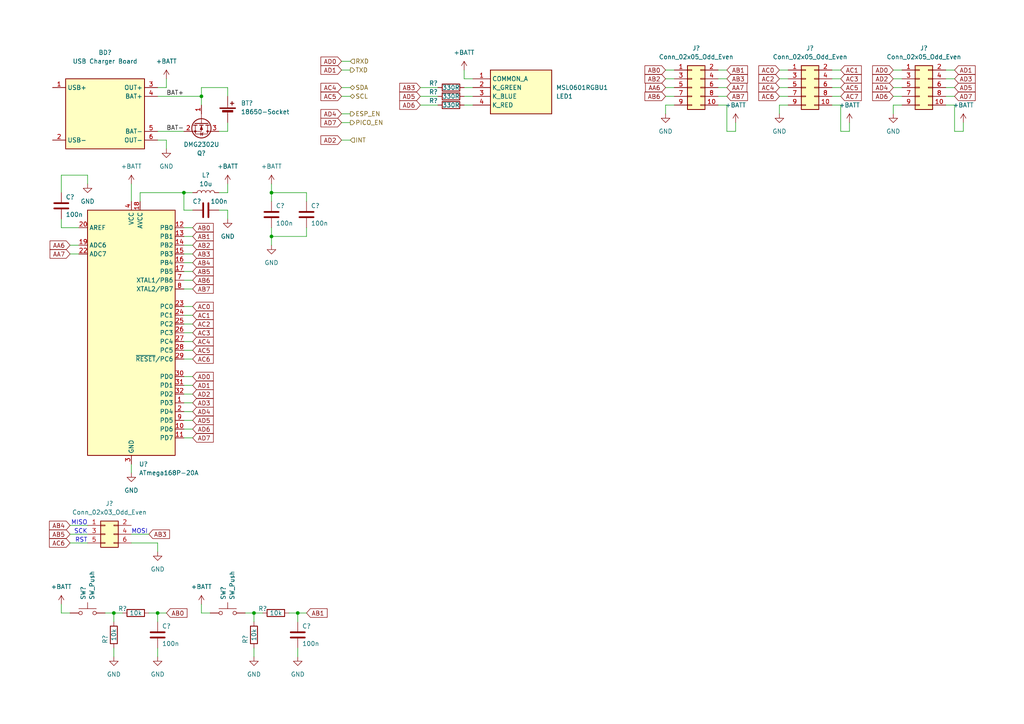
<source format=kicad_sch>
(kicad_sch (version 20230121) (generator eeschema)
  (paper "A4")
  (lib_symbols
    (symbol "Connector_Generic:Conn_02x03_Odd_Even" (pin_names (offset 1.016) hide)
      (property "Reference" "J" (at 1.27 5.08 0))
      (property "Value" "Conn_02x03_Odd_Even" (at 1.27 -5.08 0))
      (symbol "Conn_02x03_Odd_Even_1_1"
        (rectangle (start -1.27 -2.413) (end 0 -2.667) (stroke (width 0.1524)))
        (rectangle (start -1.27 0.127) (end 0 -0.127) (stroke (width 0.1524)))
        (rectangle (start -1.27 2.667) (end 0 2.413) (stroke (width 0.1524)))
        (rectangle (start -1.27 3.81) (end 3.81 -3.81) (stroke (width 0.254)) (fill (type background)))
        (rectangle (start 3.81 -2.413) (end 2.54 -2.667) (stroke (width 0.1524)))
        (rectangle (start 3.81 0.127) (end 2.54 -0.127) (stroke (width 0.1524)))
        (rectangle (start 3.81 2.667) (end 2.54 2.413) (stroke (width 0.1524)))
        (pin passive line (at -5.08 2.54 0) (length 3.81) (name "Pin_1") (number "1"))
        (pin passive line (at 7.62 2.54 180) (length 3.81) (name "Pin_2") (number "2"))
        (pin passive line (at -5.08 0 0) (length 3.81) (name "Pin_3") (number "3"))
        (pin passive line (at 7.62 0 180) (length 3.81) (name "Pin_4") (number "4"))
        (pin passive line (at -5.08 -2.54 0) (length 3.81) (name "Pin_5") (number "5"))
        (pin passive line (at 7.62 -2.54 180) (length 3.81) (name "Pin_6") (number "6"))
      )
    )
    (symbol "Connector_Generic:Conn_02x05_Odd_Even" (pin_names (offset 1.016) hide)
      (property "Reference" "J" (at 1.27 7.62 0))
      (property "Value" "Conn_02x05_Odd_Even" (at 1.27 -7.62 0))
      (symbol "Conn_02x05_Odd_Even_1_1"
        (rectangle (start -1.27 -4.953) (end 0 -5.207) (stroke (width 0.1524)))
        (rectangle (start -1.27 -2.413) (end 0 -2.667) (stroke (width 0.1524)))
        (rectangle (start -1.27 0.127) (end 0 -0.127) (stroke (width 0.1524)))
        (rectangle (start -1.27 2.667) (end 0 2.413) (stroke (width 0.1524)))
        (rectangle (start -1.27 5.207) (end 0 4.953) (stroke (width 0.1524)))
        (rectangle (start -1.27 6.35) (end 3.81 -6.35) (stroke (width 0.254)) (fill (type background)))
        (rectangle (start 3.81 -4.953) (end 2.54 -5.207) (stroke (width 0.1524)))
        (rectangle (start 3.81 -2.413) (end 2.54 -2.667) (stroke (width 0.1524)))
        (rectangle (start 3.81 0.127) (end 2.54 -0.127) (stroke (width 0.1524)))
        (rectangle (start 3.81 2.667) (end 2.54 2.413) (stroke (width 0.1524)))
        (rectangle (start 3.81 5.207) (end 2.54 4.953) (stroke (width 0.1524)))
        (pin passive line (at -5.08 5.08 0) (length 3.81) (name "Pin_1") (number "1"))
        (pin passive line (at 7.62 -5.08 180) (length 3.81) (name "Pin_10") (number "10"))
        (pin passive line (at 7.62 5.08 180) (length 3.81) (name "Pin_2") (number "2"))
        (pin passive line (at -5.08 2.54 0) (length 3.81) (name "Pin_3") (number "3"))
        (pin passive line (at 7.62 2.54 180) (length 3.81) (name "Pin_4") (number "4"))
        (pin passive line (at -5.08 0 0) (length 3.81) (name "Pin_5") (number "5"))
        (pin passive line (at 7.62 0 180) (length 3.81) (name "Pin_6") (number "6"))
        (pin passive line (at -5.08 -2.54 0) (length 3.81) (name "Pin_7") (number "7"))
        (pin passive line (at 7.62 -2.54 180) (length 3.81) (name "Pin_8") (number "8"))
        (pin passive line (at -5.08 -5.08 0) (length 3.81) (name "Pin_9") (number "9"))
      )
    )
    (symbol "Custom:18650-Socket" (pin_numbers hide) (pin_names (offset 0) hide)
      (property "Reference" "BT" (at 2.54 2.54 0))
      (property "Value" "18650-Socket" (at 2.54 0 0))
      (symbol "18650-Socket_0_1"
        (rectangle (start -2.286 1.778) (end 2.286 1.524) (fill (type outline)))
        (rectangle (start -1.524 1.016) (end 1.524 0.508) (fill (type outline)))
        (polyline (pts (xy 0 0.762) (xy 0 0)))
        (polyline (pts (xy 0 1.778) (xy 0 2.54)))
        (polyline (pts (xy 0.762 3.048) (xy 1.778 3.048)) (stroke (width 0.254)))
        (polyline (pts (xy 1.27 3.556) (xy 1.27 2.54)) (stroke (width 0.254)))
      )
      (symbol "18650-Socket_1_1"
        (pin passive line (at 0 5.08 270) (length 2.54) (name "+") (number "1"))
        (pin passive line (at 0 -2.54 90) (length 2.54) (name "-") (number "2"))
      )
    )
    (symbol "Custom:USB-Charger-Board"
      (property "Reference" "BD" (at 0 0 0))
      (property "Value" "USB Charger Board" (at 0 0 0))
      (symbol "USB-Charger-Board_1_1"
        (rectangle (start -11.43 10.16) (end 11.43 -10.16) (stroke (width 0.254)) (fill (type background)))
        (pin power_in line (at -15.24 7.62 0) (length 3.81) (name "USB+") (number "1"))
        (pin power_in line (at -15.24 -7.62 0) (length 3.81) (name "USB-") (number "2"))
        (pin power_out line (at 15.24 7.62 180) (length 3.81) (name "OUT+") (number "3"))
        (pin power_in line (at 15.24 5.08 180) (length 3.81) (name "BAT+") (number "4"))
        (pin power_in line (at 15.24 -5.08 180) (length 3.81) (name "BAT-") (number "5"))
        (pin power_out line (at 15.24 -7.62 180) (length 3.81) (name "OUT-") (number "6"))
      )
    )
    (symbol "Device:C" (pin_numbers hide) (pin_names (offset 0.254))
      (property "Reference" "C" (at 0.635 2.54 0))
      (property "Value" "C" (at 0.635 -2.54 0))
      (symbol "C_0_1"
        (polyline (pts (xy -2.032 -0.762) (xy 2.032 -0.762)) (stroke (width 0.508)))
        (polyline (pts (xy -2.032 0.762) (xy 2.032 0.762)) (stroke (width 0.508)))
      )
      (symbol "C_1_1"
        (pin passive line (at 0 3.81 270) (length 2.794) (name "~") (number "1"))
        (pin passive line (at 0 -3.81 90) (length 2.794) (name "~") (number "2"))
      )
    )
    (symbol "Device:L" (pin_numbers hide) (pin_names (offset 1.016) hide)
      (property "Reference" "L" (at -1.27 0 90))
      (property "Value" "L" (at 1.905 0 90))
      (symbol "L_0_1"
        (arc (start 0 -2.54) (mid 0.6323 -1.905) (end 0 -1.27))
        (arc (start 0 -1.27) (mid 0.6323 -0.635) (end 0 0))
        (arc (start 0 0) (mid 0.6323 0.635) (end 0 1.27))
        (arc (start 0 1.27) (mid 0.6323 1.905) (end 0 2.54))
      )
      (symbol "L_1_1"
        (pin passive line (at 0 3.81 270) (length 1.27) (name "1") (number "1"))
        (pin passive line (at 0 -3.81 90) (length 1.27) (name "2") (number "2"))
      )
    )
    (symbol "Device:R" (pin_numbers hide) (pin_names (offset 0))
      (property "Reference" "R" (at 2.032 0 90))
      (property "Value" "R" (at 0 0 90))
      (symbol "R_0_1"
        (rectangle (start -1.016 -2.54) (end 1.016 2.54) (stroke (width 0.254)))
      )
      (symbol "R_1_1"
        (pin passive line (at 0 3.81 270) (length 1.27) (name "~") (number "1"))
        (pin passive line (at 0 -3.81 90) (length 1.27) (name "~") (number "2"))
      )
    )
    (symbol "MCU_Microchip_ATmega:ATmega168P-20A"
      (property "Reference" "U" (at -12.7 36.83 0))
      (property "Value" "ATmega168P-20A" (at 2.54 -36.83 0))
      (symbol "ATmega168P-20A_0_1"
        (rectangle (start -12.7 -35.56) (end 12.7 35.56) (stroke (width 0.254)) (fill (type background)))
      )
      (symbol "ATmega168P-20A_1_1"
        (pin bidirectional line (at 15.24 -20.32 180) (length 2.54) (name "PD3") (number "1"))
        (pin bidirectional line (at 15.24 -27.94 180) (length 2.54) (name "PD6") (number "10"))
        (pin bidirectional line (at 15.24 -30.48 180) (length 2.54) (name "PD7") (number "11"))
        (pin bidirectional line (at 15.24 30.48 180) (length 2.54) (name "PB0") (number "12"))
        (pin bidirectional line (at 15.24 27.94 180) (length 2.54) (name "PB1") (number "13"))
        (pin bidirectional line (at 15.24 25.4 180) (length 2.54) (name "PB2") (number "14"))
        (pin bidirectional line (at 15.24 22.86 180) (length 2.54) (name "PB3") (number "15"))
        (pin bidirectional line (at 15.24 20.32 180) (length 2.54) (name "PB4") (number "16"))
        (pin bidirectional line (at 15.24 17.78 180) (length 2.54) (name "PB5") (number "17"))
        (pin power_in line (at 2.54 38.1 270) (length 2.54) (name "AVCC") (number "18"))
        (pin input line (at -15.24 25.4 0) (length 2.54) (name "ADC6") (number "19"))
        (pin bidirectional line (at 15.24 -22.86 180) (length 2.54) (name "PD4") (number "2"))
        (pin passive line (at -15.24 30.48 0) (length 2.54) (name "AREF") (number "20"))
        (pin passive line (at 0 -38.1 90) (length 2.54) hide (name "GND") (number "21"))
        (pin input line (at -15.24 22.86 0) (length 2.54) (name "ADC7") (number "22"))
        (pin bidirectional line (at 15.24 7.62 180) (length 2.54) (name "PC0") (number "23"))
        (pin bidirectional line (at 15.24 5.08 180) (length 2.54) (name "PC1") (number "24"))
        (pin bidirectional line (at 15.24 2.54 180) (length 2.54) (name "PC2") (number "25"))
        (pin bidirectional line (at 15.24 0 180) (length 2.54) (name "PC3") (number "26"))
        (pin bidirectional line (at 15.24 -2.54 180) (length 2.54) (name "PC4") (number "27"))
        (pin bidirectional line (at 15.24 -5.08 180) (length 2.54) (name "PC5") (number "28"))
        (pin bidirectional line (at 15.24 -7.62 180) (length 2.54) (name "~{RESET}/PC6") (number "29"))
        (pin power_in line (at 0 -38.1 90) (length 2.54) (name "GND") (number "3"))
        (pin bidirectional line (at 15.24 -12.7 180) (length 2.54) (name "PD0") (number "30"))
        (pin bidirectional line (at 15.24 -15.24 180) (length 2.54) (name "PD1") (number "31"))
        (pin bidirectional line (at 15.24 -17.78 180) (length 2.54) (name "PD2") (number "32"))
        (pin power_in line (at 0 38.1 270) (length 2.54) (name "VCC") (number "4"))
        (pin passive line (at 0 -38.1 90) (length 2.54) hide (name "GND") (number "5"))
        (pin passive line (at 0 38.1 270) (length 2.54) hide (name "VCC") (number "6"))
        (pin bidirectional line (at 15.24 15.24 180) (length 2.54) (name "XTAL1/PB6") (number "7"))
        (pin bidirectional line (at 15.24 12.7 180) (length 2.54) (name "XTAL2/PB7") (number "8"))
        (pin bidirectional line (at 15.24 -25.4 180) (length 2.54) (name "PD5") (number "9"))
      )
    )
    (symbol "MSL0601RGBU1:MSL0601RGBU1"
      (property "Reference" "LED" (at 24.13 7.62 0))
      (property "Value" "MSL0601RGBU1" (at 24.13 5.08 0))
      (symbol "MSL0601RGBU1_1_1"
        (rectangle (start 5.08 2.54) (end 22.86 -10.16) (stroke (width 0.254)) (fill (type background)))
        (pin passive line (at 0 -7.62 0) (length 5.08) (name "COMMON_A") (number "1"))
        (pin passive line (at 0 -5.08 0) (length 5.08) (name "K_GREEN") (number "2"))
        (pin passive line (at 0 -2.54 0) (length 5.08) (name "K_BLUE") (number "3"))
        (pin passive line (at 0 0 0) (length 5.08) (name "K_RED") (number "4"))
      )
    )
    (symbol "Switch:SW_Push" (pin_numbers hide) (pin_names (offset 1.016) hide)
      (property "Reference" "SW" (at 1.27 2.54 0))
      (property "Value" "SW_Push" (at 0 -1.524 0))
      (symbol "SW_Push_0_1"
        (circle (center -2.032 0) (radius 0.508))
        (polyline (pts (xy 0 1.27) (xy 0 3.048)))
        (polyline (pts (xy 2.54 1.27) (xy -2.54 1.27)))
        (circle (center 2.032 0) (radius 0.508))
        (pin passive line (at -5.08 0 0) (length 2.54) (name "1") (number "1"))
        (pin passive line (at 5.08 0 180) (length 2.54) (name "2") (number "2"))
      )
    )
    (symbol "Transistor_FET:DMG2302U" (pin_names hide)
      (property "Reference" "Q" (at 5.08 1.905 0))
      (property "Value" "DMG2302U" (at 5.08 0 0))
      (symbol "DMG2302U_0_1"
        (polyline (pts (xy 0.254 0) (xy -2.54 0)))
        (polyline (pts (xy 0.254 1.905) (xy 0.254 -1.905)) (stroke (width 0.254)))
        (polyline (pts (xy 0.762 -1.27) (xy 0.762 -2.286)) (stroke (width 0.254)))
        (polyline (pts (xy 0.762 0.508) (xy 0.762 -0.508)) (stroke (width 0.254)))
        (polyline (pts (xy 0.762 2.286) (xy 0.762 1.27)) (stroke (width 0.254)))
        (polyline (pts (xy 2.54 2.54) (xy 2.54 1.778)))
        (polyline (pts (xy 2.54 -2.54) (xy 2.54 0) (xy 0.762 0)))
        (polyline (pts (xy 0.762 -1.778) (xy 3.302 -1.778) (xy 3.302 1.778) (xy 0.762 1.778)))
        (polyline (pts (xy 1.016 0) (xy 2.032 0.381) (xy 2.032 -0.381) (xy 1.016 0)) (fill (type outline)))
        (polyline (pts (xy 2.794 0.508) (xy 2.921 0.381) (xy 3.683 0.381) (xy 3.81 0.254)))
        (polyline (pts (xy 3.302 0.381) (xy 2.921 -0.254) (xy 3.683 -0.254) (xy 3.302 0.381)))
        (circle (center 1.651 0) (radius 2.794) (stroke (width 0.254)))
        (circle (center 2.54 -1.778) (radius 0.254) (fill (type outline)))
        (circle (center 2.54 1.778) (radius 0.254) (fill (type outline)))
      )
      (symbol "DMG2302U_1_1"
        (pin input line (at -5.08 0 0) (length 2.54) (name "G") (number "1"))
        (pin passive line (at 2.54 -5.08 90) (length 2.54) (name "S") (number "2"))
        (pin passive line (at 2.54 5.08 270) (length 2.54) (name "D") (number "3"))
      )
    )
    (symbol "power:+BATT" (power) (pin_names (offset 0))
      (property "Value" "+BATT" (at 0 3.556 0))
      (symbol "+BATT_0_1"
        (polyline (pts (xy -0.762 1.27) (xy 0 2.54)))
        (polyline (pts (xy 0 0) (xy 0 2.54)))
        (polyline (pts (xy 0 2.54) (xy 0.762 1.27)))
      )
      (symbol "+BATT_1_1"
        (pin power_in line (at 0 0 90) (length 0) hide (name "+BATT") (number "1"))
      )
    )
    (symbol "power:GND" (power) (pin_names (offset 0))
      (property "Value" "GND" (at 0 -3.81 0))
      (symbol "GND_0_1"
        (polyline (pts (xy 0 0) (xy 0 -1.27) (xy 1.27 -1.27) (xy 0 -2.54) (xy -1.27 -1.27) (xy 0 -1.27)))
      )
      (symbol "GND_1_1"
        (pin power_in line (at 0 0 270) (length 0) hide (name "GND") (number "1"))
      )
    )
  )
  (junction (at 53.34 55.88))
  (junction (at 78.74 68.58))
  (junction (at 58.42 27.94))
  (junction (at 78.74 55.88))
  (junction (at 33.02 177.8))
  (junction (at 45.72 177.8))
  (junction (at 73.66 177.8))
  (junction (at 86.36 177.8))
  (wire (pts (xy 33.02 177.8) (xy 35.56 177.8)))
  (wire (pts (xy 45.72 25.4) (xy 48.26 25.4)))
  (wire (pts (xy 45.72 40.64) (xy 48.26 40.64)))
  (wire (pts (xy 193.04 27.94) (xy 195.58 27.94)))
  (wire (pts (xy 25.4 50.8) (xy 17.78 50.8)))
  (wire (pts (xy 63.5 60.96) (xy 66.04 60.96)))
  (wire (pts (xy 279.4 38.1) (xy 276.86 38.1)))
  (wire (pts (xy 73.66 187.96) (xy 73.66 190.5)))
  (wire (pts (xy 55.88 101.6) (xy 53.34 101.6)))
  (wire (pts (xy 88.9 68.58) (xy 78.74 68.58)))
  (wire (pts (xy 99.06 25.4) (xy 101.6 25.4)))
  (wire (pts (xy 55.88 119.38) (xy 53.34 119.38)))
  (wire (pts (xy 55.88 114.3) (xy 53.34 114.3)))
  (wire (pts (xy 66.04 25.4) (xy 58.42 25.4)))
  (wire (pts (xy 259.08 25.4) (xy 261.62 25.4)))
  (wire (pts (xy 137.16 25.4) (xy 134.62 25.4)))
  (wire (pts (xy 55.88 111.76) (xy 53.34 111.76)))
  (wire (pts (xy 134.62 20.32) (xy 134.62 22.86)))
  (wire (pts (xy 45.72 177.8) (xy 48.26 177.8)))
  (wire (pts (xy 55.88 88.9) (xy 53.34 88.9)))
  (wire (pts (xy 66.04 60.96) (xy 66.04 63.5)))
  (wire (pts (xy 241.3 20.32) (xy 243.84 20.32)))
  (wire (pts (xy 58.42 27.94) (xy 58.42 30.48)))
  (wire (pts (xy 208.28 20.32) (xy 210.82 20.32)))
  (wire (pts (xy 193.04 30.48) (xy 193.04 33.02)))
  (wire (pts (xy 86.36 177.8) (xy 86.36 180.34)))
  (wire (pts (xy 78.74 68.58) (xy 78.74 71.12)))
  (wire (pts (xy 193.04 25.4) (xy 195.58 25.4)))
  (wire (pts (xy 25.4 53.34) (xy 25.4 50.8)))
  (wire (pts (xy 45.72 38.1) (xy 53.34 38.1)))
  (wire (pts (xy 213.36 35.56) (xy 213.36 38.1)))
  (wire (pts (xy 195.58 30.48) (xy 193.04 30.48)))
  (wire (pts (xy 55.88 99.06) (xy 53.34 99.06)))
  (wire (pts (xy 55.88 96.52) (xy 53.34 96.52)))
  (wire (pts (xy 55.88 116.84) (xy 53.34 116.84)))
  (wire (pts (xy 213.36 38.1) (xy 210.82 38.1)))
  (wire (pts (xy 55.88 127) (xy 53.34 127)))
  (wire (pts (xy 210.82 30.48) (xy 208.28 30.48)))
  (wire (pts (xy 99.06 33.02) (xy 101.6 33.02)))
  (wire (pts (xy 99.06 17.78) (xy 101.6 17.78)))
  (wire (pts (xy 45.72 177.8) (xy 45.72 180.34)))
  (wire (pts (xy 88.9 55.88) (xy 78.74 55.88)))
  (wire (pts (xy 53.34 55.88) (xy 55.88 55.88)))
  (wire (pts (xy 20.32 71.12) (xy 22.86 71.12)))
  (wire (pts (xy 55.88 109.22) (xy 53.34 109.22)))
  (wire (pts (xy 33.02 180.34) (xy 33.02 177.8)))
  (wire (pts (xy 208.28 25.4) (xy 210.82 25.4)))
  (wire (pts (xy 208.28 27.94) (xy 210.82 27.94)))
  (wire (pts (xy 86.36 177.8) (xy 88.9 177.8)))
  (wire (pts (xy 99.06 35.56) (xy 101.6 35.56)))
  (wire (pts (xy 78.74 55.88) (xy 78.74 58.42)))
  (wire (pts (xy 246.38 35.56) (xy 246.38 38.1)))
  (wire (pts (xy 33.02 187.96) (xy 33.02 190.5)))
  (wire (pts (xy 274.32 22.86) (xy 276.86 22.86)))
  (wire (pts (xy 40.64 58.42) (xy 40.64 55.88)))
  (wire (pts (xy 134.62 22.86) (xy 137.16 22.86)))
  (wire (pts (xy 66.04 27.94) (xy 66.04 25.4)))
  (wire (pts (xy 246.38 38.1) (xy 243.84 38.1)))
  (wire (pts (xy 121.92 30.48) (xy 127 30.48)))
  (wire (pts (xy 66.04 55.88) (xy 63.5 55.88)))
  (wire (pts (xy 78.74 66.04) (xy 78.74 68.58)))
  (wire (pts (xy 17.78 50.8) (xy 17.78 55.88)))
  (wire (pts (xy 99.06 20.32) (xy 101.6 20.32)))
  (wire (pts (xy 274.32 25.4) (xy 276.86 25.4)))
  (wire (pts (xy 86.36 187.96) (xy 86.36 190.5)))
  (wire (pts (xy 55.88 68.58) (xy 53.34 68.58)))
  (wire (pts (xy 259.08 22.86) (xy 261.62 22.86)))
  (wire (pts (xy 30.48 177.8) (xy 33.02 177.8)))
  (wire (pts (xy 55.88 66.04) (xy 53.34 66.04)))
  (wire (pts (xy 73.66 177.8) (xy 73.66 180.34)))
  (wire (pts (xy 20.32 73.66) (xy 22.86 73.66)))
  (wire (pts (xy 274.32 20.32) (xy 276.86 20.32)))
  (wire (pts (xy 43.18 177.8) (xy 45.72 177.8)))
  (wire (pts (xy 276.86 38.1) (xy 276.86 30.48)))
  (wire (pts (xy 276.86 30.48) (xy 274.32 30.48)))
  (wire (pts (xy 226.06 20.32) (xy 228.6 20.32)))
  (wire (pts (xy 193.04 22.86) (xy 195.58 22.86)))
  (wire (pts (xy 241.3 22.86) (xy 243.84 22.86)))
  (wire (pts (xy 38.1 157.48) (xy 45.72 157.48)))
  (wire (pts (xy 241.3 27.94) (xy 243.84 27.94)))
  (wire (pts (xy 73.66 177.8) (xy 76.2 177.8)))
  (wire (pts (xy 279.4 35.56) (xy 279.4 38.1)))
  (wire (pts (xy 58.42 177.8) (xy 60.96 177.8)))
  (wire (pts (xy 20.32 154.94) (xy 25.4 154.94)))
  (wire (pts (xy 137.16 30.48) (xy 134.62 30.48)))
  (wire (pts (xy 45.72 187.96) (xy 45.72 190.5)))
  (wire (pts (xy 208.28 22.86) (xy 210.82 22.86)))
  (wire (pts (xy 38.1 134.62) (xy 38.1 137.16)))
  (wire (pts (xy 38.1 53.34) (xy 38.1 58.42)))
  (wire (pts (xy 55.88 121.92) (xy 53.34 121.92)))
  (wire (pts (xy 241.3 25.4) (xy 243.84 25.4)))
  (wire (pts (xy 45.72 27.94) (xy 58.42 27.94)))
  (wire (pts (xy 226.06 25.4) (xy 228.6 25.4)))
  (wire (pts (xy 228.6 30.48) (xy 226.06 30.48)))
  (wire (pts (xy 259.08 27.94) (xy 261.62 27.94)))
  (wire (pts (xy 20.32 177.8) (xy 17.78 177.8)))
  (wire (pts (xy 55.88 83.82) (xy 53.34 83.82)))
  (wire (pts (xy 121.92 25.4) (xy 127 25.4)))
  (wire (pts (xy 43.18 154.94) (xy 38.1 154.94)))
  (wire (pts (xy 17.78 177.8) (xy 17.78 175.26)))
  (wire (pts (xy 88.9 66.04) (xy 88.9 68.58)))
  (wire (pts (xy 226.06 22.86) (xy 228.6 22.86)))
  (wire (pts (xy 137.16 27.94) (xy 134.62 27.94)))
  (wire (pts (xy 243.84 38.1) (xy 243.84 30.48)))
  (wire (pts (xy 22.86 66.04) (xy 17.78 66.04)))
  (wire (pts (xy 55.88 76.2) (xy 53.34 76.2)))
  (wire (pts (xy 58.42 175.26) (xy 58.42 177.8)))
  (wire (pts (xy 45.72 157.48) (xy 45.72 160.02)))
  (wire (pts (xy 259.08 20.32) (xy 261.62 20.32)))
  (wire (pts (xy 55.88 93.98) (xy 53.34 93.98)))
  (wire (pts (xy 55.88 124.46) (xy 53.34 124.46)))
  (wire (pts (xy 226.06 27.94) (xy 228.6 27.94)))
  (wire (pts (xy 55.88 104.14) (xy 53.34 104.14)))
  (wire (pts (xy 210.82 38.1) (xy 210.82 30.48)))
  (wire (pts (xy 78.74 53.34) (xy 78.74 55.88)))
  (wire (pts (xy 261.62 30.48) (xy 259.08 30.48)))
  (wire (pts (xy 55.88 78.74) (xy 53.34 78.74)))
  (wire (pts (xy 53.34 60.96) (xy 53.34 55.88)))
  (wire (pts (xy 226.06 30.48) (xy 226.06 33.02)))
  (wire (pts (xy 66.04 53.34) (xy 66.04 55.88)))
  (wire (pts (xy 83.82 177.8) (xy 86.36 177.8)))
  (wire (pts (xy 55.88 91.44) (xy 53.34 91.44)))
  (wire (pts (xy 274.32 27.94) (xy 276.86 27.94)))
  (wire (pts (xy 20.32 152.4) (xy 25.4 152.4)))
  (wire (pts (xy 48.26 40.64) (xy 48.26 43.18)))
  (wire (pts (xy 121.92 27.94) (xy 127 27.94)))
  (wire (pts (xy 55.88 81.28) (xy 53.34 81.28)))
  (wire (pts (xy 55.88 73.66) (xy 53.34 73.66)))
  (wire (pts (xy 55.88 60.96) (xy 53.34 60.96)))
  (wire (pts (xy 55.88 71.12) (xy 53.34 71.12)))
  (wire (pts (xy 88.9 58.42) (xy 88.9 55.88)))
  (wire (pts (xy 99.06 40.64) (xy 101.6 40.64)))
  (wire (pts (xy 40.64 55.88) (xy 53.34 55.88)))
  (wire (pts (xy 48.26 25.4) (xy 48.26 22.86)))
  (wire (pts (xy 58.42 25.4) (xy 58.42 27.94)))
  (wire (pts (xy 193.04 20.32) (xy 195.58 20.32)))
  (wire (pts (xy 66.04 38.1) (xy 66.04 35.56)))
  (wire (pts (xy 20.32 157.48) (xy 25.4 157.48)))
  (wire (pts (xy 63.5 38.1) (xy 66.04 38.1)))
  (wire (pts (xy 71.12 177.8) (xy 73.66 177.8)))
  (wire (pts (xy 17.78 66.04) (xy 17.78 63.5)))
  (wire (pts (xy 243.84 30.48) (xy 241.3 30.48)))
  (wire (pts (xy 259.08 30.48) (xy 259.08 33.02)))
  (wire (pts (xy 99.06 27.94) (xy 101.6 27.94)))
  (text "RST" (at 25.4 157.48 0) (effects (font (size 1.27 1.27)) (justify right bottom)))
  (text "SCK" (at 25.4 154.94 0) (effects (font (size 1.27 1.27)) (justify right bottom)))
  (text "MOSI" (at 38.1 154.94 0) (effects (font (size 1.27 1.27)) (justify left bottom)))
  (text "MISO" (at 25.4 152.4 0) (effects (font (size 1.27 1.27)) (justify right bottom)))
  (label "BAT+" (at 48.26 27.94 0))
  (label "BAT-" (at 48.26 38.1 0))
  (global_label "AA7" (shape input) (at 210.82 25.4 0) (property "Intersheetrefs" "${INTERSHEET_REFS}" (effects hide)))
  (global_label "AB3" (shape input) (at 55.88 73.66 0) (property "Intersheetrefs" "${INTERSHEET_REFS}" (effects hide)))
  (global_label "AB1" (shape input) (at 88.9 177.8 0) (property "Intersheetrefs" "${INTERSHEET_REFS}" (effects hide)))
  (global_label "AD1" (shape input) (at 276.86 20.32 0) (property "Intersheetrefs" "${INTERSHEET_REFS}" (effects hide)))
  (global_label "AC3" (shape input) (at 243.84 22.86 0) (property "Intersheetrefs" "${INTERSHEET_REFS}" (effects hide)))
  (global_label "AD2" (shape input) (at 259.08 22.86 180) (property "Intersheetrefs" "${INTERSHEET_REFS}" (effects hide)))
  (global_label "AB0" (shape input) (at 48.26 177.8 0) (property "Intersheetrefs" "${INTERSHEET_REFS}" (effects hide)))
  (global_label "AA6" (shape input) (at 193.04 25.4 180) (property "Intersheetrefs" "${INTERSHEET_REFS}" (effects hide)))
  (global_label "AD0" (shape input) (at 259.08 20.32 180) (property "Intersheetrefs" "${INTERSHEET_REFS}" (effects hide)))
  (global_label "AC0" (shape input) (at 226.06 20.32 180) (property "Intersheetrefs" "${INTERSHEET_REFS}" (effects hide)))
  (global_label "AB0" (shape input) (at 55.88 66.04 0) (property "Intersheetrefs" "${INTERSHEET_REFS}" (effects hide)))
  (global_label "AC5" (shape input) (at 99.06 27.94 180) (property "Intersheetrefs" "${INTERSHEET_REFS}" (effects hide)))
  (global_label "AD6" (shape input) (at 55.88 124.46 0) (property "Intersheetrefs" "${INTERSHEET_REFS}" (effects hide)))
  (global_label "AC6" (shape input) (at 226.06 27.94 180) (property "Intersheetrefs" "${INTERSHEET_REFS}" (effects hide)))
  (global_label "AA6" (shape input) (at 20.32 71.12 180) (property "Intersheetrefs" "${INTERSHEET_REFS}" (effects hide)))
  (global_label "AD3" (shape input) (at 55.88 116.84 0) (property "Intersheetrefs" "${INTERSHEET_REFS}" (effects hide)))
  (global_label "AB7" (shape input) (at 210.82 27.94 0) (property "Intersheetrefs" "${INTERSHEET_REFS}" (effects hide)))
  (global_label "AB3" (shape input) (at 210.82 22.86 0) (property "Intersheetrefs" "${INTERSHEET_REFS}" (effects hide)))
  (global_label "AB3" (shape input) (at 43.18 154.94 0) (property "Intersheetrefs" "${INTERSHEET_REFS}" (effects hide)))
  (global_label "AD0" (shape input) (at 55.88 109.22 0) (property "Intersheetrefs" "${INTERSHEET_REFS}" (effects hide)))
  (global_label "AD4" (shape input) (at 55.88 119.38 0) (property "Intersheetrefs" "${INTERSHEET_REFS}" (effects hide)))
  (global_label "AC5" (shape input) (at 55.88 101.6 0) (property "Intersheetrefs" "${INTERSHEET_REFS}" (effects hide)))
  (global_label "AD4" (shape input) (at 99.06 33.02 180) (property "Intersheetrefs" "${INTERSHEET_REFS}" (effects hide)))
  (global_label "AD2" (shape input) (at 55.88 114.3 0) (property "Intersheetrefs" "${INTERSHEET_REFS}" (effects hide)))
  (global_label "AD5" (shape input) (at 55.88 121.92 0) (property "Intersheetrefs" "${INTERSHEET_REFS}" (effects hide)))
  (global_label "AB1" (shape input) (at 55.88 68.58 0) (property "Intersheetrefs" "${INTERSHEET_REFS}" (effects hide)))
  (global_label "AC5" (shape input) (at 243.84 25.4 0) (property "Intersheetrefs" "${INTERSHEET_REFS}" (effects hide)))
  (global_label "AB4" (shape input) (at 20.32 152.4 180) (property "Intersheetrefs" "${INTERSHEET_REFS}" (effects hide)))
  (global_label "AB6" (shape input) (at 55.88 81.28 0) (property "Intersheetrefs" "${INTERSHEET_REFS}" (effects hide)))
  (global_label "AB2" (shape input) (at 55.88 71.12 0) (property "Intersheetrefs" "${INTERSHEET_REFS}" (effects hide)))
  (global_label "AD5" (shape input) (at 121.92 27.94 180) (property "Intersheetrefs" "${INTERSHEET_REFS}" (effects hide)))
  (global_label "AD6" (shape input) (at 259.08 27.94 180) (property "Intersheetrefs" "${INTERSHEET_REFS}" (effects hide)))
  (global_label "AD2" (shape input) (at 99.06 40.64 180) (property "Intersheetrefs" "${INTERSHEET_REFS}" (effects hide)))
  (global_label "AB2" (shape input) (at 193.04 22.86 180) (property "Intersheetrefs" "${INTERSHEET_REFS}" (effects hide)))
  (global_label "AD1" (shape input) (at 99.06 20.32 180) (property "Intersheetrefs" "${INTERSHEET_REFS}" (effects hide)))
  (global_label "AB6" (shape input) (at 193.04 27.94 180) (property "Intersheetrefs" "${INTERSHEET_REFS}" (effects hide)))
  (global_label "AC2" (shape input) (at 55.88 93.98 0) (property "Intersheetrefs" "${INTERSHEET_REFS}" (effects hide)))
  (global_label "AC6" (shape input) (at 55.88 104.14 0) (property "Intersheetrefs" "${INTERSHEET_REFS}" (effects hide)))
  (global_label "AC2" (shape input) (at 226.06 22.86 180) (property "Intersheetrefs" "${INTERSHEET_REFS}" (effects hide)))
  (global_label "AB1" (shape input) (at 210.82 20.32 0) (property "Intersheetrefs" "${INTERSHEET_REFS}" (effects hide)))
  (global_label "AB3" (shape input) (at 121.92 25.4 180) (property "Intersheetrefs" "${INTERSHEET_REFS}" (effects hide)))
  (global_label "AC1" (shape input) (at 243.84 20.32 0) (property "Intersheetrefs" "${INTERSHEET_REFS}" (effects hide)))
  (global_label "AA7" (shape input) (at 20.32 73.66 180) (property "Intersheetrefs" "${INTERSHEET_REFS}" (effects hide)))
  (global_label "AD7" (shape input) (at 276.86 27.94 0) (property "Intersheetrefs" "${INTERSHEET_REFS}" (effects hide)))
  (global_label "AD7" (shape input) (at 99.06 35.56 180) (property "Intersheetrefs" "${INTERSHEET_REFS}" (effects hide)))
  (global_label "AC3" (shape input) (at 55.88 96.52 0) (property "Intersheetrefs" "${INTERSHEET_REFS}" (effects hide)))
  (global_label "AC1" (shape input) (at 55.88 91.44 0) (property "Intersheetrefs" "${INTERSHEET_REFS}" (effects hide)))
  (global_label "AC0" (shape input) (at 55.88 88.9 0) (property "Intersheetrefs" "${INTERSHEET_REFS}" (effects hide)))
  (global_label "AD0" (shape input) (at 99.06 17.78 180) (property "Intersheetrefs" "${INTERSHEET_REFS}" (effects hide)))
  (global_label "AC4" (shape input) (at 55.88 99.06 0) (property "Intersheetrefs" "${INTERSHEET_REFS}" (effects hide)))
  (global_label "AC4" (shape input) (at 226.06 25.4 180) (property "Intersheetrefs" "${INTERSHEET_REFS}" (effects hide)))
  (global_label "AD1" (shape input) (at 55.88 111.76 0) (property "Intersheetrefs" "${INTERSHEET_REFS}" (effects hide)))
  (global_label "AC4" (shape input) (at 99.06 25.4 180) (property "Intersheetrefs" "${INTERSHEET_REFS}" (effects hide)))
  (global_label "AD6" (shape input) (at 121.92 30.48 180) (property "Intersheetrefs" "${INTERSHEET_REFS}" (effects hide)))
  (global_label "AB5" (shape input) (at 55.88 78.74 0) (property "Intersheetrefs" "${INTERSHEET_REFS}" (effects hide)))
  (global_label "AB7" (shape input) (at 55.88 83.82 0) (property "Intersheetrefs" "${INTERSHEET_REFS}" (effects hide)))
  (global_label "AD3" (shape input) (at 276.86 22.86 0) (property "Intersheetrefs" "${INTERSHEET_REFS}" (effects hide)))
  (global_label "AD5" (shape input) (at 276.86 25.4 0) (property "Intersheetrefs" "${INTERSHEET_REFS}" (effects hide)))
  (global_label "AB0" (shape input) (at 193.04 20.32 180) (property "Intersheetrefs" "${INTERSHEET_REFS}" (effects hide)))
  (global_label "AB4" (shape input) (at 55.88 76.2 0) (property "Intersheetrefs" "${INTERSHEET_REFS}" (effects hide)))
  (global_label "AD4" (shape input) (at 259.08 25.4 180) (property "Intersheetrefs" "${INTERSHEET_REFS}" (effects hide)))
  (global_label "AB5" (shape input) (at 20.32 154.94 180) (property "Intersheetrefs" "${INTERSHEET_REFS}" (effects hide)))
  (global_label "AC7" (shape input) (at 243.84 27.94 0) (property "Intersheetrefs" "${INTERSHEET_REFS}" (effects hide)))
  (global_label "AC6" (shape input) (at 20.32 157.48 180) (property "Intersheetrefs" "${INTERSHEET_REFS}" (effects hide)))
  (global_label "AD7" (shape input) (at 55.88 127 0) (property "Intersheetrefs" "${INTERSHEET_REFS}" (effects hide)))
  (hierarchical_label "SCL" (shape bidirectional) (at 101.6 27.94 0))
  (hierarchical_label "SDA" (shape bidirectional) (at 101.6 25.4 0))
  (hierarchical_label "TXD" (shape output) (at 101.6 20.32 0))
  (hierarchical_label "INT" (shape input) (at 101.6 40.64 0))
  (hierarchical_label "PICO_EN" (shape output) (at 101.6 35.56 0))
  (hierarchical_label "ESP_EN" (shape output) (at 101.6 33.02 0))
  (hierarchical_label "RXD" (shape input) (at 101.6 17.78 0))
  (symbol (lib_id "Device:C") (at 45.72 184.15 0) (unit 1)
    (property "Reference" "C?" (at 46.99 181.61 0) (effects (justify left)))
    (property "Value" "100n" (at 46.99 186.69 0) (effects (justify left)))
    (property "Footprint" "Capacitor_SMD:C_0402_1005Metric_Pad0.74x0.62mm_HandSolder" (effects hide))
    (instances (project "pmic_dev" (path "" (reference "C?") (unit 1)) (path "" (reference "C17") (unit 1))))
  )
  (symbol (lib_id "power:GND") (at 33.02 190.5 0) (unit 1)
    (property "Reference" "#PWR?" (effects hide))
    (property "Value" "GND" (at 33.02 195.58 0))
    (instances (project "pmic_dev" (path "" (reference "#PWR?") (unit 1)) (path "" (reference "#PWR035") (unit 1))))
  )
  (symbol (lib_id "Connector_Generic:Conn_02x05_Odd_Even") (at 266.7 25.4 0) (unit 1)
    (property "Reference" "J?" (at 267.97 13.97 0))
    (property "Value" "Conn_02x05_Odd_Even" (at 267.97 16.51 0))
    (property "Footprint" "Connector_PinHeader_2.54mm:PinHeader_2x05_P2.54mm_Vertical" (effects hide))
    (instances (project "pmic_dev" (path "" (reference "J?") (unit 1)) (path "" (reference "J16") (unit 1))))
  )
  (symbol (lib_id "Connector_Generic:Conn_02x03_Odd_Even") (at 30.48 154.94 0) (unit 1)
    (property "Reference" "J?" (at 31.75 146.05 0))
    (property "Value" "Conn_02x03_Odd_Even" (at 31.75 148.59 0))
    (property "Footprint" "Connector_PinHeader_2.54mm:PinHeader_2x03_P2.54mm_Vertical" (effects hide))
    (instances (project "pmic_dev" (path "" (reference "J?") (unit 1)) (path "" (reference "J17") (unit 1))))
  )
  (symbol (lib_id "power:GND") (at 25.4 53.34 0) (unit 1)
    (property "Reference" "#PWR?" (effects hide))
    (property "Value" "GND" (at 25.4 58.42 0))
    (instances (project "pmic_dev" (path "" (reference "#PWR?") (unit 1)) (path "" (reference "#PWR021") (unit 1))))
  )
  (symbol (lib_id "power:GND") (at 259.08 33.02 0) (unit 1)
    (property "Reference" "#PWR?" (effects hide))
    (property "Value" "GND" (at 259.08 38.1 0))
    (instances (project "pmic_dev" (path "" (reference "#PWR?") (unit 1)) (path "" (reference "#PWR016") (unit 1))))
  )
  (symbol (lib_id "power:+BATT") (at 17.78 175.26 0) (unit 1)
    (property "Reference" "#PWR?" (effects hide))
    (property "Value" "+BATT" (at 17.78 170.18 0))
    (instances (project "pmic_dev" (path "" (reference "#PWR?") (unit 1)) (path "" (reference "#PWR029") (unit 1))))
  )
  (symbol (lib_id "power:+BATT") (at 38.1 53.34 0) (unit 1)
    (property "Reference" "#PWR?" (effects hide))
    (property "Value" "+BATT" (at 38.1 48.26 0))
    (instances (project "pmic_dev" (path "" (reference "#PWR?") (unit 1)) (path "" (reference "#PWR022") (unit 1))))
  )
  (symbol (lib_id "Connector_Generic:Conn_02x05_Odd_Even") (at 233.68 25.4 0) (unit 1)
    (property "Reference" "J?" (at 234.95 13.97 0))
    (property "Value" "Conn_02x05_Odd_Even" (at 234.95 16.51 0))
    (property "Footprint" "Connector_PinHeader_2.54mm:PinHeader_2x05_P2.54mm_Vertical" (effects hide))
    (instances (project "pmic_dev" (path "" (reference "J?") (unit 1)) (path "" (reference "J15") (unit 1))))
  )
  (symbol (lib_id "Device:C") (at 78.74 62.23 0) (unit 1)
    (property "Reference" "C?" (at 80.01 59.69 0) (effects (justify left)))
    (property "Value" "100n" (at 80.01 64.77 0) (effects (justify left)))
    (property "Footprint" "Capacitor_SMD:C_0402_1005Metric_Pad0.74x0.62mm_HandSolder" (effects hide))
    (instances (project "pmic_dev" (path "" (reference "C?") (unit 1)) (path "" (reference "C15") (unit 1))))
  )
  (symbol (lib_id "power:+BATT") (at 279.4 35.56 0) (unit 1)
    (property "Reference" "#PWR?" (effects hide))
    (property "Value" "+BATT" (at 279.4 30.48 0))
    (instances (project "pmic_dev" (path "" (reference "#PWR?") (unit 1)) (path "" (reference "#PWR019") (unit 1))))
  )
  (symbol (lib_id "power:+BATT") (at 246.38 35.56 0) (unit 1)
    (property "Reference" "#PWR?" (effects hide))
    (property "Value" "+BATT" (at 246.38 30.48 0))
    (instances (project "pmic_dev" (path "" (reference "#PWR?") (unit 1)) (path "" (reference "#PWR018") (unit 1))))
  )
  (symbol (lib_id "power:GND") (at 48.26 43.18 0) (unit 1)
    (property "Reference" "#PWR?" (effects hide))
    (property "Value" "GND" (at 48.26 48.26 0))
    (instances (project "pmic_dev" (path "" (reference "#PWR?") (unit 1)) (path "" (reference "#PWR020") (unit 1))))
  )
  (symbol (lib_id "power:+BATT") (at 78.74 53.34 0) (unit 1)
    (property "Reference" "#PWR?" (effects hide))
    (property "Value" "+BATT" (at 78.74 48.26 0))
    (instances (project "pmic_dev" (path "" (reference "#PWR?") (unit 1)) (path "" (reference "#PWR024") (unit 1))))
  )
  (symbol (lib_id "MSL0601RGBU1:MSL0601RGBU1") (at 137.16 30.48 0) (mirror x) (unit 1)
    (property "Reference" "LED1" (at 161.29 27.94 0) (effects (justify left)))
    (property "Value" "MSL0601RGBU1" (at 161.29 25.4 0) (effects (justify left)))
    (property "Footprint" "MSL0601RGBU1" (effects hide))
    (property "Datasheet" "https://datasheet.datasheetarchive.com/originals/distributors/DKDS42/DSANUWW0049811.pdf" (effects hide))
    (property "Height" "1.35" (effects hide))
    (property "Mouser Part Number" "755-MSL0601RGBU1" (effects hide))
    (property "Mouser Price/Stock" "https://www.mouser.co.uk/ProductDetail/ROHM-Semiconductor/MSL0601RGBU1?qs=F5EMLAvA7IAg0rK0mfHa6w%3D%3D" (effects hide))
    (property "Manufacturer_Name" "ROHM Semiconductor" (effects hide))
    (property "Manufacturer_Part_Number" "MSL0601RGBU1" (effects hide))
  )
  (symbol (lib_id "power:GND") (at 73.66 190.5 0) (unit 1)
    (property "Reference" "#PWR?" (effects hide))
    (property "Value" "GND" (at 73.66 195.58 0))
    (instances (project "pmic_dev" (path "" (reference "#PWR?") (unit 1)) (path "" (reference "#PWR036") (unit 1))))
  )
  (symbol (lib_id "MCU_Microchip_ATmega:ATmega168P-20A") (at 38.1 96.52 0) (unit 1)
    (property "Reference" "U?" (at 40.2941 134.62 0) (effects (justify left)))
    (property "Value" "ATmega168P-20A" (at 40.2941 137.16 0) (effects (justify left)))
    (property "Footprint" "Package_QFP:TQFP-32_7x7mm_P0.8mm" (effects hide))
    (property "Datasheet" "http://ww1.microchip.com/downloads/en/DeviceDoc/Atmel-8025-8-bit-AVR-Microcontroller-ATmega48P-88P-168P_Datasheet.pdf" (effects hide))
    (instances (project "pmic_dev" (path "" (reference "U?") (unit 1)) (path "" (reference "U1") (unit 1))))
  )
  (symbol (lib_id "Device:C") (at 86.36 184.15 0) (unit 1)
    (property "Reference" "C?" (at 87.63 181.61 0) (effects (justify left)))
    (property "Value" "100n" (at 87.63 186.69 0) (effects (justify left)))
    (property "Footprint" "Capacitor_SMD:C_0402_1005Metric_Pad0.74x0.62mm_HandSolder" (effects hide))
    (instances (project "pmic_dev" (path "" (reference "C?") (unit 1)) (path "" (reference "C18") (unit 1))))
  )
  (symbol (lib_id "Device:R") (at 39.37 177.8 90) (unit 1)
    (property "Reference" "R?" (at 35.56 176.53 90))
    (property "Value" "10k" (at 39.37 177.8 90))
    (property "Footprint" "Resistor_SMD:R_0402_1005Metric_Pad0.72x0.64mm_HandSolder" (effects hide))
    (instances (project "pmic_dev" (path "" (reference "R?") (unit 1)) (path "" (reference "R8") (unit 1))))
  )
  (symbol (lib_id "power:GND") (at 86.36 190.5 0) (unit 1)
    (property "Reference" "#PWR?" (effects hide))
    (property "Value" "GND" (at 86.36 195.58 0))
    (instances (project "pmic_dev" (path "" (reference "#PWR?") (unit 1)) (path "" (reference "#PWR032") (unit 1))))
  )
  (symbol (lib_id "power:+BATT") (at 213.36 35.56 0) (unit 1)
    (property "Reference" "#PWR?" (effects hide))
    (property "Value" "+BATT" (at 213.36 30.48 0))
    (instances (project "pmic_dev" (path "" (reference "#PWR?") (unit 1)) (path "" (reference "#PWR017") (unit 1))))
  )
  (symbol (lib_id "Connector_Generic:Conn_02x05_Odd_Even") (at 200.66 25.4 0) (unit 1)
    (property "Reference" "J?" (at 201.93 13.97 0))
    (property "Value" "Conn_02x05_Odd_Even" (at 201.93 16.51 0))
    (property "Footprint" "Connector_PinHeader_2.54mm:PinHeader_2x05_P2.54mm_Vertical" (effects hide))
    (instances (project "pmic_dev" (path "" (reference "J?") (unit 1)) (path "" (reference "J14") (unit 1))))
  )
  (symbol (lib_id "Device:C") (at 88.9 62.23 0) (unit 1)
    (property "Reference" "C?" (at 90.17 59.69 0) (effects (justify left)))
    (property "Value" "100n" (at 90.17 64.77 0) (effects (justify left)))
    (property "Footprint" "Capacitor_SMD:C_0402_1005Metric_Pad0.74x0.62mm_HandSolder" (effects hide))
    (instances (project "pmic_dev" (path "" (reference "C?") (unit 1)) (path "" (reference "C16") (unit 1))))
  )
  (symbol (lib_id "power:GND") (at 38.1 137.16 0) (unit 1)
    (property "Reference" "#PWR?" (effects hide))
    (property "Value" "GND" (at 38.1 142.24 0))
    (instances (project "pmic_dev" (path "" (reference "#PWR?") (unit 1)) (path "" (reference "#PWR027") (unit 1))))
  )
  (symbol (lib_id "power:GND") (at 45.72 160.02 0) (unit 1)
    (property "Reference" "#PWR?" (effects hide))
    (property "Value" "GND" (at 45.72 165.1 0))
    (instances (project "pmic_dev" (path "" (reference "#PWR?") (unit 1)) (path "" (reference "#PWR028") (unit 1))))
  )
  (symbol (lib_id "Device:L") (at 59.69 55.88 90) (unit 1)
    (property "Reference" "L?" (at 59.69 50.8 90))
    (property "Value" "10u" (at 59.69 53.34 90))
    (property "Footprint" "Inductor_SMD:L_0805_2012Metric_Pad1.05x1.20mm_HandSolder" (effects hide))
    (instances (project "pmic_dev" (path "" (reference "L?") (unit 1)) (path "" (reference "L1") (unit 1))))
  )
  (symbol (lib_id "power:GND") (at 78.74 71.12 0) (unit 1)
    (property "Reference" "#PWR?" (effects hide))
    (property "Value" "GND" (at 78.74 76.2 0))
    (instances (project "pmic_dev" (path "" (reference "#PWR?") (unit 1)) (path "" (reference "#PWR026") (unit 1))))
  )
  (symbol (lib_id "Device:R") (at 73.66 184.15 0) (unit 1)
    (property "Reference" "R?" (at 71.12 185.42 90))
    (property "Value" "10k" (at 73.66 184.15 90))
    (property "Footprint" "Resistor_SMD:R_0402_1005Metric_Pad0.72x0.64mm_HandSolder" (effects hide))
    (instances (project "pmic_dev" (path "" (reference "R?") (unit 1)) (path "" (reference "R13") (unit 1))))
  )
  (symbol (lib_id "Device:R") (at 33.02 184.15 0) (unit 1)
    (property "Reference" "R?" (at 30.48 185.42 90))
    (property "Value" "10k" (at 33.02 184.15 90))
    (property "Footprint" "Resistor_SMD:R_0402_1005Metric_Pad0.72x0.64mm_HandSolder" (effects hide))
    (instances (project "pmic_dev" (path "" (reference "R?") (unit 1)) (path "" (reference "R12") (unit 1))))
  )
  (symbol (lib_id "Transistor_FET:DMG2302U") (at 58.42 35.56 270) (unit 1)
    (property "Reference" "Q?" (at 58.42 44.45 90))
    (property "Value" "DMG2302U" (at 58.42 41.91 90))
    (property "Footprint" "Package_TO_SOT_SMD:SOT-23" (effects hide))
    (property "Datasheet" "http://www.diodes.com/assets/Datasheets/DMG2302U.pdf" (effects hide))
    (instances (project "pmic_dev" (path "" (reference "Q?") (unit 1)) (path "" (reference "Q3") (unit 1))))
  )
  (symbol (lib_id "Device:C") (at 17.78 59.69 0) (unit 1)
    (property "Reference" "C?" (at 19.05 57.15 0) (effects (justify left)))
    (property "Value" "100n" (at 19.05 62.23 0) (effects (justify left)))
    (property "Footprint" "Capacitor_SMD:C_0402_1005Metric_Pad0.74x0.62mm_HandSolder" (effects hide))
    (instances (project "pmic_dev" (path "" (reference "C?") (unit 1)) (path "" (reference "C13") (unit 1))))
  )
  (symbol (lib_id "power:GND") (at 66.04 63.5 0) (unit 1)
    (property "Reference" "#PWR?" (effects hide))
    (property "Value" "GND" (at 66.04 68.58 0))
    (instances (project "pmic_dev" (path "" (reference "#PWR?") (unit 1)) (path "" (reference "#PWR025") (unit 1))))
  )
  (symbol (lib_id "Custom:USB-Charger-Board") (at 30.48 33.02 0) (unit 1)
    (property "Reference" "BD?" (at 30.48 15.24 0))
    (property "Value" "USB Charger Board" (at 30.48 17.78 0))
    (property "Footprint" "Library:USB-Charger-Board" (effects hide))
    (instances (project "pmic_dev" (path "" (reference "BD?") (unit 1)) (path "" (reference "BD2") (unit 1))))
  )
  (symbol (lib_id "Switch:SW_Push") (at 66.04 177.8 0) (unit 1)
    (property "Reference" "SW?" (at 64.77 173.99 90) (effects (justify left)))
    (property "Value" "SW_Push" (at 67.31 173.99 90) (effects (justify left)))
    (property "Footprint" "Button_Switch_THT:SW_PUSH_6mm" (effects hide))
    (instances (project "pmic_dev" (path "" (reference "SW?") (unit 1)) (path "" (reference "SW2") (unit 1))))
  )
  (symbol (lib_id "power:GND") (at 45.72 190.5 0) (unit 1)
    (property "Reference" "#PWR?" (effects hide))
    (property "Value" "GND" (at 45.72 195.58 0))
    (instances (project "pmic_dev" (path "" (reference "#PWR?") (unit 1)) (path "" (reference "#PWR031") (unit 1))))
  )
  (symbol (lib_id "Device:R") (at 130.81 30.48 90) (unit 1)
    (property "Reference" "R?" (at 125.73 29.21 90))
    (property "Value" "330R" (at 130.81 30.48 90))
    (property "Footprint" "Resistor_SMD:R_0402_1005Metric_Pad0.72x0.64mm_HandSolder" (effects hide))
    (instances (project "pmic_dev" (path "" (reference "R?") (unit 1)) (path "" (reference "R7") (unit 1))))
  )
  (symbol (lib_id "Custom:18650-Socket") (at 66.04 33.02 0) (unit 1)
    (property "Reference" "BT?" (at 69.85 29.9085 0) (effects (justify left)))
    (property "Value" "18650-Socket" (at 69.85 32.4485 0) (effects (justify left)))
    (property "Footprint" "Library:18650-Socket" (effects hide))
    (instances (project "pmic_dev" (path "" (reference "BT?") (unit 1)) (path "" (reference "BT1") (unit 1))))
  )
  (symbol (lib_id "power:+BATT") (at 134.62 20.32 0) (unit 1)
    (property "Reference" "#PWR?" (effects hide))
    (property "Value" "+BATT" (at 134.62 15.24 0))
    (instances (project "pmic_dev" (path "" (reference "#PWR?") (unit 1)) (path "" (reference "#PWR012") (unit 1))))
  )
  (symbol (lib_id "power:GND") (at 193.04 33.02 0) (unit 1)
    (property "Reference" "#PWR?" (effects hide))
    (property "Value" "GND" (at 193.04 38.1 0))
    (instances (project "pmic_dev" (path "" (reference "#PWR?") (unit 1)) (path "" (reference "#PWR014") (unit 1))))
  )
  (symbol (lib_id "Device:R") (at 130.81 27.94 90) (unit 1)
    (property "Reference" "R?" (at 125.73 26.67 90))
    (property "Value" "330R" (at 130.81 27.94 90))
    (property "Footprint" "Resistor_SMD:R_0402_1005Metric_Pad0.72x0.64mm_HandSolder" (effects hide))
    (instances (project "pmic_dev" (path "" (reference "R?") (unit 1)) (path "" (reference "R6") (unit 1))))
  )
  (symbol (lib_id "power:+BATT") (at 58.42 175.26 0) (unit 1)
    (property "Reference" "#PWR?" (effects hide))
    (property "Value" "+BATT" (at 58.42 170.18 0))
    (instances (project "pmic_dev" (path "" (reference "#PWR?") (unit 1)) (path "" (reference "#PWR030") (unit 1))))
  )
  (symbol (lib_id "power:+BATT") (at 48.26 22.86 0) (unit 1)
    (property "Reference" "#PWR?" (effects hide))
    (property "Value" "+BATT" (at 48.26 17.78 0))
    (instances (project "pmic_dev" (path "" (reference "#PWR?") (unit 1)) (path "" (reference "#PWR013") (unit 1))))
  )
  (symbol (lib_id "Device:C") (at 59.69 60.96 90) (unit 1)
    (property "Reference" "C?" (at 58.42 58.42 90) (effects (justify left)))
    (property "Value" "100n" (at 66.04 58.42 90) (effects (justify left)))
    (property "Footprint" "Capacitor_SMD:C_0402_1005Metric_Pad0.74x0.62mm_HandSolder" (effects hide))
    (instances (project "pmic_dev" (path "" (reference "C?") (unit 1)) (path "" (reference "C14") (unit 1))))
  )
  (symbol (lib_id "Switch:SW_Push") (at 25.4 177.8 0) (unit 1)
    (property "Reference" "SW?" (at 24.13 173.99 90) (effects (justify left)))
    (property "Value" "SW_Push" (at 26.67 173.99 90) (effects (justify left)))
    (property "Footprint" "Button_Switch_THT:SW_PUSH_6mm" (effects hide))
    (instances (project "pmic_dev" (path "" (reference "SW?") (unit 1)) (path "" (reference "SW1") (unit 1))))
  )
  (symbol (lib_id "power:+BATT") (at 66.04 53.34 0) (unit 1)
    (property "Reference" "#PWR?" (effects hide))
    (property "Value" "+BATT" (at 66.04 48.26 0))
    (instances (project "pmic_dev" (path "" (reference "#PWR?") (unit 1)) (path "" (reference "#PWR023") (unit 1))))
  )
  (symbol (lib_id "Device:R") (at 130.81 25.4 90) (unit 1)
    (property "Reference" "R?" (at 125.73 24.13 90))
    (property "Value" "330R" (at 130.81 25.4 90))
    (property "Footprint" "Resistor_SMD:R_0402_1005Metric_Pad0.72x0.64mm_HandSolder" (effects hide))
    (instances (project "pmic_dev" (path "" (reference "R?") (unit 1)) (path "" (reference "R5") (unit 1))))
  )
  (symbol (lib_id "power:GND") (at 226.06 33.02 0) (unit 1)
    (property "Reference" "#PWR?" (effects hide))
    (property "Value" "GND" (at 226.06 38.1 0))
    (instances (project "pmic_dev" (path "" (reference "#PWR?") (unit 1)) (path "" (reference "#PWR015") (unit 1))))
  )
  (symbol (lib_id "Device:R") (at 80.01 177.8 90) (unit 1)
    (property "Reference" "R?" (at 76.2 176.53 90))
    (property "Value" "10k" (at 80.01 177.8 90))
    (property "Footprint" "Resistor_SMD:R_0402_1005Metric_Pad0.72x0.64mm_HandSolder" (effects hide))
    (instances (project "pmic_dev" (path "" (reference "R?") (unit 1)) (path "" (reference "R9") (unit 1))))
  )
)
</source>
